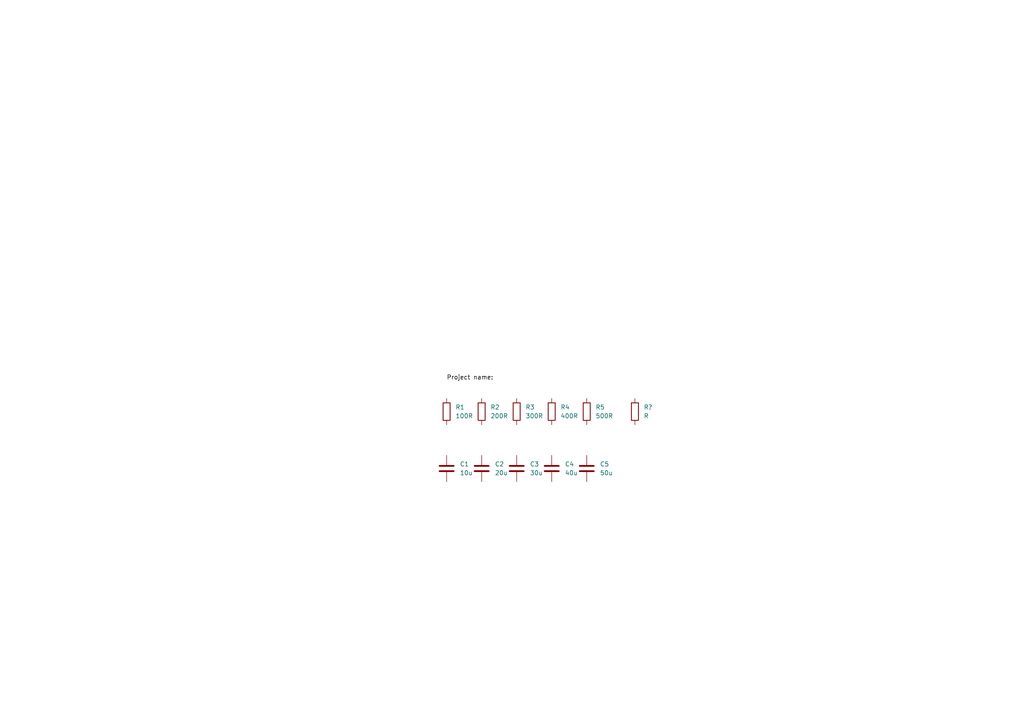
<source format=kicad_sch>
(kicad_sch (version 20210621) (generator eeschema)
  (paper "A4")
  (lib_symbols
    (symbol "Device:C" (pin_numbers hide) (pin_names (offset 0.254))
      (property "Reference" "C" (at 0.635 2.54 0))
      (property "Value" "C" (at 0.635 -2.54 0))
      (symbol "C_0_1"
        (polyline (pts (xy -2.032 -0.762) (xy 2.032 -0.762)) (stroke (width 0.508)))
        (polyline (pts (xy -2.032 0.762) (xy 2.032 0.762)) (stroke (width 0.508)))
      )
      (symbol "C_1_1"
        (pin passive line (at 0 3.81 270) (length 2.794) (name "~") (number "1"))
        (pin passive line (at 0 -3.81 90) (length 2.794) (name "~") (number "2"))
      )
    )
    (symbol "Device:R" (pin_numbers hide) (pin_names (offset 0))
      (property "Reference" "R" (at 2.032 0 90))
      (property "Value" "R" (at 0 0 90))
      (symbol "R_0_1"
        (rectangle (start -1.016 -2.54) (end 1.016 2.54) (stroke (width 0.254)))
      )
      (symbol "R_1_1"
        (pin passive line (at 0 3.81 270) (length 1.27) (name "~") (number "1"))
        (pin passive line (at 0 -3.81 90) (length 1.27) (name "~") (number "2"))
      )
    )
  )
  (label "Project name: " (at 129.54 110.49 0))
  (symbol (lib_id "Device:R") (at 129.54 119.38 0) (unit 1)
    (property "Reference" "R1" (at 132.08 118.1099 0) (effects (justify left)))
    (property "Value" "100R" (at 132.08 120.6499 0) (effects (justify left)))
  )
  (symbol (lib_id "Device:R") (at 139.7 119.38 0) (unit 1)
    (property "Reference" "R2" (at 142.24 118.1099 0) (effects (justify left)))
    (property "Value" "200R" (at 142.24 120.6499 0) (effects (justify left)))
  )
  (symbol (lib_id "Device:R") (at 149.86 119.38 0) (unit 1)
    (property "Reference" "R3" (at 152.4 118.1099 0) (effects (justify left)))
    (property "Value" "300R" (at 152.4 120.6499 0) (effects (justify left)))
  )
  (symbol (lib_id "Device:R") (at 160.02 119.38 0) (unit 1)
    (property "Reference" "R4" (at 162.56 118.1099 0) (effects (justify left)))
    (property "Value" "400R" (at 162.56 120.6499 0) (effects (justify left)))
  )
  (symbol (lib_id "Device:R") (at 170.18 119.38 0) (unit 1)
    (property "Reference" "R5" (at 172.72 118.1099 0) (effects (justify left)))
    (property "Value" "500R" (at 172.72 120.6499 0) (effects (justify left)))
  )
  (symbol (lib_id "Device:R") (at 184.15 119.38 0) (unit 1)
    (property "Reference" "R?" (at 186.69 118.1099 0) (effects (justify left)))
    (property "Value" "R" (at 186.69 120.6499 0) (effects (justify left)))
  )
  (symbol (lib_id "Device:C") (at 129.54 135.89 0) (unit 1)
    (property "Reference" "C1" (at 133.35 134.6199 0) (effects (justify left)))
    (property "Value" "10u" (at 133.35 137.1599 0) (effects (justify left)))
  )
  (symbol (lib_id "Device:C") (at 139.7 135.89 0) (unit 1)
    (property "Reference" "C2" (at 143.51 134.6199 0) (effects (justify left)))
    (property "Value" "20u" (at 143.51 137.1599 0) (effects (justify left)))
  )
  (symbol (lib_id "Device:C") (at 149.86 135.89 0) (unit 1)
    (property "Reference" "C3" (at 153.67 134.6199 0) (effects (justify left)))
    (property "Value" "30u" (at 153.67 137.1599 0) (effects (justify left)))
  )
  (symbol (lib_id "Device:C") (at 160.02 135.89 0) (unit 1)
    (property "Reference" "C4" (at 163.83 134.6199 0) (effects (justify left)))
    (property "Value" "40u" (at 163.83 137.1599 0) (effects (justify left)))
  )
  (symbol (lib_id "Device:C") (at 170.18 135.89 0) (unit 1)
    (property "Reference" "C5" (at 173.99 134.6199 0) (effects (justify left)))
    (property "Value" "50u" (at 173.99 137.1599 0) (effects (justify left)))
  )
)
</source>
